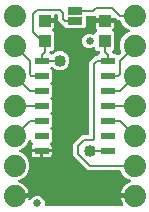
<source format=gbr>
G04 EAGLE Gerber RS-274X export*
G75*
%MOMM*%
%FSLAX34Y34*%
%LPD*%
%INTop Copper*%
%IPPOS*%
%AMOC8*
5,1,8,0,0,1.08239X$1,22.5*%
G01*
%ADD10R,1.200000X0.600000*%
%ADD11R,1.000000X1.100000*%
%ADD12R,1.270000X0.635000*%
%ADD13C,1.879600*%
%ADD14C,0.635000*%
%ADD15C,0.203200*%
%ADD16C,1.016000*%
%ADD17C,0.254000*%

G36*
X103915Y4078D02*
X103915Y4078D01*
X104007Y4081D01*
X104056Y4097D01*
X104106Y4105D01*
X104190Y4142D01*
X104277Y4171D01*
X104319Y4200D01*
X104365Y4221D01*
X104435Y4280D01*
X104511Y4332D01*
X104543Y4372D01*
X104582Y4404D01*
X104633Y4481D01*
X104692Y4552D01*
X104712Y4599D01*
X104740Y4641D01*
X104768Y4729D01*
X104804Y4813D01*
X104810Y4864D01*
X104826Y4912D01*
X104828Y5004D01*
X104839Y5095D01*
X104832Y5146D01*
X104833Y5196D01*
X104810Y5285D01*
X104795Y5376D01*
X104775Y5416D01*
X104761Y5471D01*
X104680Y5608D01*
X104646Y5677D01*
X104089Y6443D01*
X103236Y8117D01*
X102655Y9904D01*
X102534Y10669D01*
X113284Y10669D01*
X113342Y10677D01*
X113400Y10675D01*
X113482Y10697D01*
X113565Y10709D01*
X113619Y10733D01*
X113675Y10747D01*
X113748Y10790D01*
X113825Y10825D01*
X113869Y10863D01*
X113920Y10893D01*
X113977Y10954D01*
X114042Y11009D01*
X114074Y11057D01*
X114114Y11100D01*
X114153Y11175D01*
X114199Y11245D01*
X114217Y11301D01*
X114244Y11353D01*
X114255Y11421D01*
X114285Y11516D01*
X114288Y11616D01*
X114299Y11684D01*
X114299Y13716D01*
X114291Y13774D01*
X114292Y13832D01*
X114271Y13914D01*
X114259Y13997D01*
X114235Y14051D01*
X114221Y14107D01*
X114178Y14180D01*
X114143Y14257D01*
X114105Y14302D01*
X114075Y14352D01*
X114014Y14410D01*
X113959Y14474D01*
X113911Y14506D01*
X113868Y14546D01*
X113793Y14585D01*
X113723Y14631D01*
X113667Y14649D01*
X113615Y14676D01*
X113547Y14687D01*
X113452Y14717D01*
X113352Y14720D01*
X113284Y14731D01*
X102534Y14731D01*
X102655Y15496D01*
X103236Y17283D01*
X104089Y18957D01*
X105194Y20478D01*
X106522Y21806D01*
X108043Y22911D01*
X109717Y23764D01*
X110837Y24128D01*
X110899Y24158D01*
X110965Y24179D01*
X111026Y24220D01*
X111092Y24253D01*
X111143Y24299D01*
X111201Y24338D01*
X111248Y24394D01*
X111303Y24443D01*
X111339Y24502D01*
X111384Y24555D01*
X111414Y24622D01*
X111453Y24685D01*
X111471Y24752D01*
X111499Y24815D01*
X111509Y24888D01*
X111529Y24959D01*
X111529Y25028D01*
X111538Y25097D01*
X111528Y25169D01*
X111527Y25243D01*
X111507Y25310D01*
X111498Y25378D01*
X111467Y25445D01*
X111446Y25516D01*
X111409Y25574D01*
X111380Y25637D01*
X111333Y25693D01*
X111293Y25755D01*
X111241Y25801D01*
X111196Y25853D01*
X111143Y25886D01*
X111079Y25943D01*
X110975Y25992D01*
X110911Y26031D01*
X107249Y27548D01*
X103748Y31049D01*
X102771Y33409D01*
X102770Y33410D01*
X102770Y33411D01*
X102698Y33532D01*
X102627Y33653D01*
X102625Y33654D01*
X102625Y33656D01*
X102521Y33753D01*
X102420Y33849D01*
X102418Y33849D01*
X102417Y33850D01*
X102292Y33915D01*
X102167Y33979D01*
X102166Y33979D01*
X102164Y33980D01*
X102149Y33982D01*
X101888Y34034D01*
X101858Y34031D01*
X101833Y34035D01*
X74516Y34035D01*
X61975Y46576D01*
X61975Y56294D01*
X69436Y63755D01*
X74930Y63755D01*
X74988Y63763D01*
X75046Y63761D01*
X75128Y63783D01*
X75212Y63795D01*
X75265Y63818D01*
X75321Y63833D01*
X75394Y63876D01*
X75471Y63911D01*
X75516Y63949D01*
X75566Y63978D01*
X75624Y64040D01*
X75688Y64094D01*
X75720Y64143D01*
X75760Y64186D01*
X75799Y64261D01*
X75846Y64331D01*
X75863Y64387D01*
X75890Y64439D01*
X75901Y64507D01*
X75931Y64602D01*
X75934Y64702D01*
X75945Y64770D01*
X75945Y126144D01*
X80866Y131065D01*
X81833Y131065D01*
X81919Y131077D01*
X82007Y131080D01*
X82059Y131097D01*
X82114Y131105D01*
X82194Y131140D01*
X82277Y131167D01*
X82316Y131195D01*
X82374Y131221D01*
X82487Y131317D01*
X82551Y131362D01*
X84535Y133346D01*
X84546Y133362D01*
X84578Y133388D01*
X84610Y133437D01*
X84650Y133480D01*
X84683Y133543D01*
X84705Y133573D01*
X84711Y133589D01*
X84736Y133625D01*
X84753Y133681D01*
X84780Y133733D01*
X84790Y133796D01*
X84807Y133839D01*
X84808Y133854D01*
X84821Y133896D01*
X84824Y133996D01*
X84835Y134064D01*
X84835Y134336D01*
X84827Y134394D01*
X84829Y134452D01*
X84807Y134534D01*
X84795Y134618D01*
X84772Y134671D01*
X84757Y134727D01*
X84714Y134800D01*
X84679Y134877D01*
X84641Y134922D01*
X84612Y134972D01*
X84550Y135030D01*
X84496Y135094D01*
X84447Y135126D01*
X84404Y135166D01*
X84329Y135205D01*
X84259Y135252D01*
X84203Y135269D01*
X84151Y135296D01*
X84083Y135307D01*
X83988Y135337D01*
X83888Y135340D01*
X83820Y135351D01*
X82637Y135351D01*
X80851Y137137D01*
X80851Y137435D01*
X80835Y137548D01*
X80825Y137663D01*
X80815Y137689D01*
X80811Y137716D01*
X80764Y137821D01*
X80723Y137928D01*
X80707Y137950D01*
X80695Y137976D01*
X80621Y138063D01*
X80552Y138155D01*
X80529Y138171D01*
X80512Y138193D01*
X80416Y138256D01*
X80324Y138325D01*
X80298Y138335D01*
X80275Y138350D01*
X80165Y138385D01*
X80058Y138425D01*
X80030Y138428D01*
X80004Y138436D01*
X79889Y138439D01*
X79775Y138448D01*
X79750Y138442D01*
X79720Y138443D01*
X79463Y138376D01*
X79447Y138373D01*
X77438Y137540D01*
X74962Y137540D01*
X72674Y138488D01*
X70924Y140238D01*
X69976Y142526D01*
X69976Y145002D01*
X70924Y147290D01*
X72674Y149040D01*
X74962Y149988D01*
X77438Y149988D01*
X79447Y149155D01*
X79559Y149127D01*
X79668Y149092D01*
X79696Y149091D01*
X79723Y149084D01*
X79837Y149088D01*
X79952Y149085D01*
X79979Y149092D01*
X80007Y149093D01*
X80116Y149128D01*
X80227Y149157D01*
X80251Y149171D01*
X80278Y149179D01*
X80373Y149243D01*
X80472Y149302D01*
X80491Y149322D01*
X80514Y149338D01*
X80588Y149425D01*
X80666Y149509D01*
X80679Y149534D01*
X80697Y149555D01*
X80743Y149660D01*
X80796Y149762D01*
X80800Y149787D01*
X80812Y149815D01*
X80849Y150079D01*
X80851Y150093D01*
X80851Y150663D01*
X82230Y152041D01*
X82265Y152088D01*
X82307Y152128D01*
X82350Y152201D01*
X82401Y152268D01*
X82422Y152323D01*
X82451Y152374D01*
X82472Y152455D01*
X82502Y152534D01*
X82507Y152593D01*
X82521Y152649D01*
X82518Y152733D01*
X82525Y152817D01*
X82514Y152875D01*
X82512Y152933D01*
X82486Y153013D01*
X82470Y153096D01*
X82443Y153148D01*
X82425Y153204D01*
X82385Y153260D01*
X82339Y153349D01*
X82270Y153421D01*
X82230Y153477D01*
X81867Y153840D01*
X81532Y154419D01*
X81359Y155066D01*
X81359Y158869D01*
X87884Y158869D01*
X87942Y158877D01*
X88000Y158875D01*
X88082Y158897D01*
X88165Y158909D01*
X88219Y158933D01*
X88275Y158947D01*
X88348Y158990D01*
X88425Y159025D01*
X88469Y159063D01*
X88520Y159093D01*
X88577Y159154D01*
X88642Y159209D01*
X88674Y159257D01*
X88714Y159300D01*
X88753Y159375D01*
X88799Y159445D01*
X88817Y159501D01*
X88844Y159553D01*
X88855Y159621D01*
X88885Y159716D01*
X88888Y159816D01*
X88899Y159884D01*
X88899Y161916D01*
X88891Y161974D01*
X88892Y162032D01*
X88871Y162114D01*
X88859Y162197D01*
X88835Y162251D01*
X88821Y162307D01*
X88778Y162380D01*
X88743Y162457D01*
X88705Y162501D01*
X88675Y162552D01*
X88614Y162609D01*
X88559Y162674D01*
X88511Y162706D01*
X88468Y162746D01*
X88393Y162785D01*
X88323Y162831D01*
X88267Y162849D01*
X88215Y162876D01*
X88147Y162887D01*
X88052Y162917D01*
X87952Y162920D01*
X87884Y162931D01*
X81359Y162931D01*
X81359Y164029D01*
X81351Y164087D01*
X81353Y164145D01*
X81331Y164227D01*
X81319Y164311D01*
X81296Y164364D01*
X81281Y164420D01*
X81238Y164493D01*
X81203Y164570D01*
X81165Y164615D01*
X81136Y164665D01*
X81074Y164723D01*
X81020Y164787D01*
X80971Y164819D01*
X80928Y164859D01*
X80853Y164898D01*
X80783Y164945D01*
X80727Y164962D01*
X80675Y164989D01*
X80607Y165000D01*
X80512Y165030D01*
X80412Y165033D01*
X80344Y165044D01*
X73914Y165044D01*
X73856Y165036D01*
X73798Y165038D01*
X73716Y165016D01*
X73632Y165004D01*
X73579Y164981D01*
X73523Y164966D01*
X73450Y164923D01*
X73373Y164888D01*
X73328Y164850D01*
X73278Y164821D01*
X73220Y164759D01*
X73156Y164705D01*
X73124Y164656D01*
X73084Y164613D01*
X73045Y164538D01*
X72998Y164468D01*
X72981Y164412D01*
X72954Y164360D01*
X72943Y164292D01*
X72913Y164197D01*
X72910Y164097D01*
X72899Y164029D01*
X72899Y156535D01*
X71113Y154749D01*
X55887Y154749D01*
X54026Y156611D01*
X53956Y156663D01*
X53892Y156723D01*
X53842Y156749D01*
X53798Y156782D01*
X53717Y156813D01*
X53639Y156853D01*
X53591Y156861D01*
X53533Y156883D01*
X53385Y156895D01*
X53308Y156908D01*
X53243Y156908D01*
X49275Y160876D01*
X49275Y165100D01*
X49267Y165158D01*
X49269Y165216D01*
X49247Y165298D01*
X49235Y165382D01*
X49212Y165435D01*
X49197Y165491D01*
X49154Y165564D01*
X49119Y165641D01*
X49081Y165686D01*
X49052Y165736D01*
X48990Y165794D01*
X48936Y165858D01*
X48887Y165890D01*
X48844Y165930D01*
X48769Y165969D01*
X48699Y166016D01*
X48643Y166033D01*
X48591Y166060D01*
X48523Y166071D01*
X48428Y166101D01*
X48328Y166104D01*
X48260Y166115D01*
X46656Y166115D01*
X46598Y166107D01*
X46540Y166109D01*
X46458Y166087D01*
X46374Y166075D01*
X46321Y166052D01*
X46265Y166037D01*
X46192Y165994D01*
X46115Y165959D01*
X46070Y165921D01*
X46020Y165892D01*
X45962Y165830D01*
X45898Y165776D01*
X45866Y165727D01*
X45826Y165684D01*
X45787Y165609D01*
X45740Y165539D01*
X45723Y165483D01*
X45696Y165431D01*
X45685Y165363D01*
X45655Y165268D01*
X45652Y165168D01*
X45641Y165100D01*
X45641Y162931D01*
X39116Y162931D01*
X39058Y162923D01*
X39000Y162924D01*
X38918Y162903D01*
X38835Y162891D01*
X38781Y162867D01*
X38725Y162853D01*
X38652Y162810D01*
X38575Y162775D01*
X38531Y162737D01*
X38480Y162707D01*
X38423Y162646D01*
X38358Y162591D01*
X38326Y162543D01*
X38286Y162500D01*
X38247Y162425D01*
X38201Y162355D01*
X38183Y162299D01*
X38156Y162247D01*
X38145Y162179D01*
X38115Y162084D01*
X38112Y161984D01*
X38101Y161916D01*
X38101Y159884D01*
X38109Y159826D01*
X38108Y159768D01*
X38129Y159686D01*
X38141Y159603D01*
X38165Y159549D01*
X38179Y159493D01*
X38222Y159420D01*
X38257Y159343D01*
X38295Y159298D01*
X38325Y159248D01*
X38386Y159190D01*
X38441Y159126D01*
X38489Y159094D01*
X38532Y159054D01*
X38607Y159015D01*
X38677Y158969D01*
X38733Y158951D01*
X38785Y158924D01*
X38853Y158913D01*
X38948Y158883D01*
X39048Y158880D01*
X39116Y158869D01*
X45641Y158869D01*
X45641Y155066D01*
X45468Y154419D01*
X45133Y153840D01*
X44770Y153477D01*
X44735Y153430D01*
X44693Y153390D01*
X44650Y153317D01*
X44599Y153250D01*
X44578Y153195D01*
X44549Y153145D01*
X44528Y153063D01*
X44498Y152984D01*
X44493Y152926D01*
X44479Y152869D01*
X44482Y152785D01*
X44475Y152701D01*
X44486Y152644D01*
X44488Y152585D01*
X44514Y152505D01*
X44530Y152422D01*
X44557Y152370D01*
X44575Y152315D01*
X44616Y152258D01*
X44661Y152170D01*
X44730Y152098D01*
X44770Y152041D01*
X46149Y150663D01*
X46149Y137137D01*
X44363Y135351D01*
X43180Y135351D01*
X43122Y135343D01*
X43064Y135345D01*
X42982Y135323D01*
X42898Y135311D01*
X42845Y135288D01*
X42789Y135273D01*
X42716Y135230D01*
X42639Y135195D01*
X42594Y135157D01*
X42544Y135128D01*
X42486Y135066D01*
X42422Y135012D01*
X42390Y134963D01*
X42350Y134920D01*
X42311Y134845D01*
X42264Y134775D01*
X42247Y134719D01*
X42220Y134667D01*
X42209Y134599D01*
X42179Y134504D01*
X42176Y134404D01*
X42165Y134336D01*
X42165Y134064D01*
X42173Y134006D01*
X42171Y133948D01*
X42183Y133905D01*
X42183Y133890D01*
X42194Y133856D01*
X42205Y133782D01*
X42228Y133729D01*
X42243Y133673D01*
X42266Y133635D01*
X42271Y133619D01*
X42290Y133593D01*
X42321Y133523D01*
X42359Y133478D01*
X42388Y133428D01*
X42444Y133376D01*
X42465Y133346D01*
X42499Y133313D01*
X42504Y133306D01*
X42507Y133304D01*
X43340Y132472D01*
X43387Y132436D01*
X43427Y132394D01*
X43500Y132351D01*
X43567Y132301D01*
X43622Y132280D01*
X43672Y132250D01*
X43754Y132230D01*
X43833Y132199D01*
X43891Y132195D01*
X43948Y132180D01*
X44032Y132183D01*
X44116Y132176D01*
X44173Y132187D01*
X44232Y132189D01*
X44312Y132215D01*
X44395Y132232D01*
X44447Y132259D01*
X44502Y132277D01*
X44559Y132317D01*
X44647Y132363D01*
X44720Y132431D01*
X44776Y132472D01*
X46195Y133891D01*
X49183Y135129D01*
X52417Y135129D01*
X55405Y133891D01*
X57691Y131605D01*
X58929Y128617D01*
X58929Y125383D01*
X57691Y122395D01*
X55405Y120109D01*
X52417Y118871D01*
X49183Y118871D01*
X46195Y120109D01*
X44776Y121528D01*
X44729Y121564D01*
X44689Y121606D01*
X44616Y121649D01*
X44549Y121699D01*
X44494Y121720D01*
X44444Y121750D01*
X44362Y121770D01*
X44283Y121801D01*
X44225Y121805D01*
X44168Y121820D01*
X44084Y121817D01*
X44000Y121824D01*
X43942Y121813D01*
X43884Y121811D01*
X43804Y121785D01*
X43721Y121768D01*
X43669Y121741D01*
X43613Y121723D01*
X43557Y121683D01*
X43469Y121637D01*
X43396Y121568D01*
X43340Y121528D01*
X43179Y121368D01*
X43144Y121321D01*
X43102Y121281D01*
X43059Y121208D01*
X43009Y121141D01*
X42988Y121086D01*
X42958Y121036D01*
X42937Y120954D01*
X42907Y120875D01*
X42902Y120817D01*
X42888Y120760D01*
X42891Y120676D01*
X42884Y120592D01*
X42895Y120534D01*
X42897Y120476D01*
X42923Y120396D01*
X42940Y120313D01*
X42967Y120261D01*
X42985Y120205D01*
X43025Y120149D01*
X43071Y120061D01*
X43139Y119988D01*
X43179Y119932D01*
X44549Y118563D01*
X44549Y110037D01*
X43179Y108668D01*
X43144Y108621D01*
X43102Y108581D01*
X43059Y108508D01*
X43009Y108441D01*
X42988Y108386D01*
X42958Y108336D01*
X42937Y108254D01*
X42907Y108175D01*
X42902Y108117D01*
X42888Y108060D01*
X42891Y107976D01*
X42884Y107892D01*
X42895Y107834D01*
X42897Y107776D01*
X42923Y107696D01*
X42940Y107613D01*
X42967Y107561D01*
X42985Y107505D01*
X43025Y107449D01*
X43071Y107361D01*
X43139Y107288D01*
X43179Y107232D01*
X44549Y105863D01*
X44549Y97337D01*
X43179Y95968D01*
X43144Y95921D01*
X43102Y95881D01*
X43059Y95808D01*
X43009Y95741D01*
X42988Y95686D01*
X42958Y95636D01*
X42937Y95554D01*
X42907Y95475D01*
X42902Y95417D01*
X42888Y95360D01*
X42891Y95276D01*
X42884Y95192D01*
X42895Y95134D01*
X42897Y95076D01*
X42923Y94996D01*
X42940Y94913D01*
X42967Y94861D01*
X42985Y94805D01*
X43025Y94749D01*
X43071Y94661D01*
X43139Y94588D01*
X43179Y94532D01*
X44549Y93163D01*
X44549Y84637D01*
X43179Y83268D01*
X43144Y83221D01*
X43102Y83181D01*
X43059Y83108D01*
X43009Y83041D01*
X42988Y82986D01*
X42958Y82936D01*
X42937Y82854D01*
X42907Y82775D01*
X42902Y82717D01*
X42888Y82660D01*
X42891Y82576D01*
X42884Y82492D01*
X42895Y82434D01*
X42897Y82376D01*
X42923Y82296D01*
X42940Y82213D01*
X42967Y82161D01*
X42985Y82105D01*
X43025Y82049D01*
X43071Y81961D01*
X43139Y81888D01*
X43179Y81832D01*
X44549Y80463D01*
X44549Y71937D01*
X43179Y70568D01*
X43144Y70521D01*
X43102Y70481D01*
X43059Y70408D01*
X43009Y70341D01*
X42988Y70286D01*
X42958Y70236D01*
X42937Y70154D01*
X42907Y70075D01*
X42902Y70017D01*
X42888Y69960D01*
X42891Y69876D01*
X42884Y69792D01*
X42895Y69734D01*
X42897Y69676D01*
X42923Y69596D01*
X42940Y69513D01*
X42967Y69461D01*
X42985Y69405D01*
X43025Y69349D01*
X43071Y69261D01*
X43139Y69188D01*
X43179Y69132D01*
X44549Y67763D01*
X44549Y59237D01*
X42781Y57470D01*
X42752Y57431D01*
X42716Y57398D01*
X42667Y57318D01*
X42610Y57243D01*
X42593Y57197D01*
X42568Y57155D01*
X42543Y57065D01*
X42509Y56977D01*
X42505Y56928D01*
X42492Y56881D01*
X42493Y56787D01*
X42486Y56694D01*
X42495Y56646D01*
X42496Y56597D01*
X42523Y56507D01*
X42541Y56415D01*
X42564Y56372D01*
X42578Y56325D01*
X42629Y56246D01*
X42672Y56163D01*
X42706Y56127D01*
X42733Y56086D01*
X42790Y56039D01*
X42868Y55956D01*
X42943Y55913D01*
X42992Y55873D01*
X43060Y55833D01*
X43533Y55360D01*
X43868Y54781D01*
X44041Y54134D01*
X44041Y52299D01*
X35984Y52299D01*
X35926Y52291D01*
X35868Y52293D01*
X35786Y52271D01*
X35703Y52259D01*
X35649Y52236D01*
X35593Y52221D01*
X35520Y52178D01*
X35501Y52169D01*
X35455Y52200D01*
X35399Y52217D01*
X35347Y52244D01*
X35279Y52255D01*
X35184Y52285D01*
X35084Y52288D01*
X35016Y52299D01*
X26959Y52299D01*
X26959Y54134D01*
X27132Y54781D01*
X27467Y55360D01*
X27940Y55833D01*
X28008Y55873D01*
X28047Y55903D01*
X28090Y55925D01*
X28158Y55990D01*
X28232Y56048D01*
X28261Y56087D01*
X28296Y56121D01*
X28344Y56202D01*
X28399Y56278D01*
X28415Y56324D01*
X28440Y56366D01*
X28463Y56457D01*
X28495Y56546D01*
X28498Y56595D01*
X28510Y56642D01*
X28507Y56736D01*
X28513Y56830D01*
X28503Y56877D01*
X28501Y56926D01*
X28472Y57015D01*
X28452Y57107D01*
X28429Y57150D01*
X28414Y57196D01*
X28371Y57257D01*
X28316Y57357D01*
X28255Y57419D01*
X28219Y57470D01*
X26432Y59257D01*
X26419Y59295D01*
X26411Y59351D01*
X26376Y59429D01*
X26350Y59511D01*
X26318Y59559D01*
X26295Y59611D01*
X26240Y59676D01*
X26192Y59747D01*
X26148Y59784D01*
X26112Y59828D01*
X26040Y59875D01*
X25974Y59930D01*
X25922Y59954D01*
X25875Y59985D01*
X25793Y60011D01*
X25714Y60046D01*
X25658Y60054D01*
X25604Y60071D01*
X25518Y60073D01*
X25433Y60085D01*
X25377Y60077D01*
X25320Y60078D01*
X25237Y60056D01*
X25152Y60044D01*
X25100Y60021D01*
X25045Y60006D01*
X24971Y59963D01*
X24892Y59927D01*
X24849Y59890D01*
X24800Y59861D01*
X24741Y59798D01*
X24676Y59743D01*
X24650Y59701D01*
X24606Y59654D01*
X24540Y59525D01*
X24498Y59458D01*
X23252Y56449D01*
X19751Y52948D01*
X16829Y51738D01*
X16804Y51723D01*
X16776Y51714D01*
X16681Y51651D01*
X16584Y51593D01*
X16564Y51572D01*
X16539Y51556D01*
X16466Y51469D01*
X16389Y51387D01*
X16375Y51361D01*
X16356Y51338D01*
X16310Y51235D01*
X16259Y51134D01*
X16253Y51105D01*
X16241Y51078D01*
X16225Y50966D01*
X16204Y50855D01*
X16206Y50826D01*
X16202Y50797D01*
X16218Y50685D01*
X16228Y50572D01*
X16239Y50545D01*
X16243Y50515D01*
X16289Y50412D01*
X16330Y50307D01*
X16348Y50283D01*
X16360Y50256D01*
X16433Y50170D01*
X16502Y50080D01*
X16525Y50062D01*
X16544Y50040D01*
X16611Y49998D01*
X16729Y49910D01*
X16788Y49888D01*
X16829Y49862D01*
X19751Y48652D01*
X23252Y45151D01*
X25147Y40576D01*
X25147Y35624D01*
X23252Y31049D01*
X19751Y27548D01*
X16089Y26031D01*
X16029Y25996D01*
X15965Y25970D01*
X15907Y25924D01*
X15844Y25887D01*
X15796Y25837D01*
X15742Y25794D01*
X15699Y25734D01*
X15649Y25680D01*
X15617Y25619D01*
X15577Y25562D01*
X15552Y25493D01*
X15518Y25427D01*
X15505Y25360D01*
X15482Y25294D01*
X15478Y25221D01*
X15463Y25148D01*
X15469Y25080D01*
X15465Y25011D01*
X15481Y24939D01*
X15488Y24865D01*
X15513Y24801D01*
X15528Y24733D01*
X15563Y24669D01*
X15590Y24600D01*
X15632Y24545D01*
X15665Y24484D01*
X15717Y24432D01*
X15761Y24373D01*
X15817Y24332D01*
X15866Y24283D01*
X15921Y24254D01*
X15989Y24203D01*
X16097Y24162D01*
X16163Y24128D01*
X17283Y23764D01*
X18957Y22911D01*
X20478Y21806D01*
X21806Y20478D01*
X22911Y18957D01*
X23764Y17283D01*
X24345Y15496D01*
X24466Y14731D01*
X13716Y14731D01*
X13658Y14723D01*
X13600Y14725D01*
X13518Y14703D01*
X13435Y14691D01*
X13381Y14667D01*
X13325Y14653D01*
X13252Y14610D01*
X13175Y14575D01*
X13131Y14537D01*
X13080Y14507D01*
X13023Y14446D01*
X12958Y14391D01*
X12926Y14343D01*
X12886Y14300D01*
X12847Y14225D01*
X12801Y14155D01*
X12783Y14099D01*
X12756Y14047D01*
X12745Y13979D01*
X12715Y13884D01*
X12712Y13784D01*
X12701Y13716D01*
X12701Y11684D01*
X12709Y11626D01*
X12708Y11568D01*
X12729Y11486D01*
X12741Y11403D01*
X12765Y11349D01*
X12779Y11293D01*
X12822Y11220D01*
X12857Y11143D01*
X12895Y11098D01*
X12925Y11048D01*
X12986Y10990D01*
X13041Y10926D01*
X13089Y10894D01*
X13132Y10854D01*
X13207Y10815D01*
X13277Y10769D01*
X13333Y10751D01*
X13385Y10724D01*
X13453Y10713D01*
X13548Y10683D01*
X13648Y10680D01*
X13716Y10669D01*
X24466Y10669D01*
X24361Y10008D01*
X24361Y9985D01*
X24355Y9962D01*
X24358Y9843D01*
X24356Y9723D01*
X24362Y9701D01*
X24363Y9678D01*
X24400Y9564D01*
X24431Y9449D01*
X24443Y9429D01*
X24450Y9407D01*
X24516Y9308D01*
X24578Y9206D01*
X24595Y9190D01*
X24608Y9171D01*
X24700Y9094D01*
X24787Y9013D01*
X24808Y9003D01*
X24826Y8988D01*
X24935Y8940D01*
X25041Y8886D01*
X25064Y8882D01*
X25085Y8873D01*
X25204Y8856D01*
X25321Y8835D01*
X25344Y8837D01*
X25367Y8834D01*
X25485Y8851D01*
X25604Y8862D01*
X25626Y8871D01*
X25648Y8874D01*
X25757Y8923D01*
X25868Y8968D01*
X25886Y8982D01*
X25907Y8991D01*
X25998Y9069D01*
X26093Y9142D01*
X26106Y9161D01*
X26124Y9176D01*
X26164Y9240D01*
X26260Y9372D01*
X26276Y9419D01*
X26302Y9460D01*
X26474Y9875D01*
X28224Y11626D01*
X30512Y12574D01*
X32988Y12574D01*
X35276Y11626D01*
X37026Y9876D01*
X37974Y7588D01*
X37974Y5080D01*
X37982Y5022D01*
X37980Y4964D01*
X38002Y4882D01*
X38014Y4798D01*
X38037Y4745D01*
X38052Y4689D01*
X38095Y4616D01*
X38130Y4539D01*
X38168Y4494D01*
X38197Y4444D01*
X38259Y4386D01*
X38313Y4322D01*
X38362Y4290D01*
X38405Y4250D01*
X38480Y4211D01*
X38550Y4164D01*
X38606Y4147D01*
X38658Y4120D01*
X38726Y4109D01*
X38821Y4079D01*
X38921Y4076D01*
X38989Y4065D01*
X103824Y4065D01*
X103915Y4078D01*
G37*
G36*
X100447Y131914D02*
X100447Y131914D01*
X100506Y131916D01*
X100586Y131941D01*
X100669Y131958D01*
X100720Y131985D01*
X100776Y132003D01*
X100832Y132043D01*
X100921Y132089D01*
X100993Y132158D01*
X101049Y132198D01*
X102610Y133759D01*
X102611Y133760D01*
X102613Y133761D01*
X102699Y133876D01*
X102781Y133986D01*
X102782Y133987D01*
X102783Y133989D01*
X102833Y134122D01*
X102882Y134252D01*
X102883Y134253D01*
X102883Y134255D01*
X102894Y134396D01*
X102906Y134535D01*
X102906Y134536D01*
X102906Y134538D01*
X102902Y134554D01*
X102850Y134814D01*
X102836Y134841D01*
X102830Y134865D01*
X101853Y137224D01*
X101853Y142176D01*
X103748Y146751D01*
X107249Y150252D01*
X110171Y151462D01*
X110196Y151477D01*
X110224Y151486D01*
X110319Y151549D01*
X110416Y151607D01*
X110436Y151628D01*
X110461Y151644D01*
X110533Y151731D01*
X110611Y151813D01*
X110625Y151839D01*
X110643Y151862D01*
X110689Y151965D01*
X110741Y152066D01*
X110747Y152095D01*
X110759Y152122D01*
X110775Y152234D01*
X110796Y152345D01*
X110794Y152374D01*
X110798Y152403D01*
X110782Y152515D01*
X110772Y152628D01*
X110761Y152655D01*
X110757Y152684D01*
X110711Y152788D01*
X110670Y152893D01*
X110652Y152917D01*
X110640Y152944D01*
X110567Y153030D01*
X110498Y153120D01*
X110475Y153138D01*
X110456Y153160D01*
X110389Y153202D01*
X110271Y153290D01*
X110212Y153312D01*
X110171Y153338D01*
X107249Y154548D01*
X103748Y158049D01*
X102771Y160409D01*
X102770Y160410D01*
X102770Y160411D01*
X102700Y160530D01*
X102627Y160653D01*
X102625Y160654D01*
X102625Y160656D01*
X102521Y160753D01*
X102420Y160849D01*
X102418Y160849D01*
X102417Y160850D01*
X102292Y160915D01*
X102167Y160979D01*
X102166Y160979D01*
X102164Y160980D01*
X102149Y160982D01*
X101888Y161034D01*
X101858Y161031D01*
X101833Y161035D01*
X99916Y161035D01*
X98174Y162778D01*
X98150Y162795D01*
X98131Y162818D01*
X98037Y162881D01*
X97947Y162949D01*
X97919Y162959D01*
X97895Y162975D01*
X97787Y163010D01*
X97681Y163050D01*
X97652Y163052D01*
X97624Y163061D01*
X97510Y163064D01*
X97398Y163073D01*
X97369Y163068D01*
X97340Y163068D01*
X97230Y163040D01*
X97119Y163018D01*
X97093Y163004D01*
X97065Y162997D01*
X96967Y162939D01*
X96953Y162931D01*
X89916Y162931D01*
X89858Y162923D01*
X89800Y162924D01*
X89718Y162903D01*
X89635Y162891D01*
X89581Y162867D01*
X89525Y162853D01*
X89452Y162810D01*
X89375Y162775D01*
X89331Y162737D01*
X89280Y162707D01*
X89223Y162646D01*
X89158Y162591D01*
X89126Y162543D01*
X89086Y162500D01*
X89047Y162425D01*
X89001Y162355D01*
X88983Y162299D01*
X88956Y162247D01*
X88945Y162179D01*
X88915Y162084D01*
X88912Y161984D01*
X88901Y161916D01*
X88901Y159884D01*
X88909Y159826D01*
X88908Y159768D01*
X88929Y159686D01*
X88941Y159603D01*
X88965Y159549D01*
X88979Y159493D01*
X89022Y159420D01*
X89057Y159343D01*
X89095Y159298D01*
X89125Y159248D01*
X89186Y159190D01*
X89241Y159126D01*
X89289Y159094D01*
X89332Y159054D01*
X89407Y159015D01*
X89477Y158969D01*
X89533Y158951D01*
X89585Y158924D01*
X89653Y158913D01*
X89748Y158883D01*
X89848Y158880D01*
X89916Y158869D01*
X96441Y158869D01*
X96441Y155066D01*
X96268Y154419D01*
X95933Y153840D01*
X95570Y153477D01*
X95535Y153430D01*
X95493Y153390D01*
X95450Y153317D01*
X95399Y153250D01*
X95378Y153195D01*
X95349Y153145D01*
X95328Y153063D01*
X95298Y152984D01*
X95293Y152926D01*
X95279Y152869D01*
X95282Y152785D01*
X95275Y152701D01*
X95286Y152644D01*
X95288Y152585D01*
X95314Y152505D01*
X95330Y152422D01*
X95357Y152370D01*
X95375Y152315D01*
X95416Y152258D01*
X95461Y152170D01*
X95530Y152098D01*
X95570Y152041D01*
X96949Y150663D01*
X96949Y137137D01*
X95258Y135446D01*
X95223Y135400D01*
X95180Y135359D01*
X95138Y135287D01*
X95087Y135219D01*
X95066Y135165D01*
X95037Y135114D01*
X95016Y135032D01*
X94986Y134953D01*
X94981Y134895D01*
X94966Y134838D01*
X94969Y134754D01*
X94962Y134670D01*
X94974Y134613D01*
X94976Y134554D01*
X95001Y134474D01*
X95018Y134391D01*
X95045Y134340D01*
X95063Y134284D01*
X95103Y134228D01*
X95149Y134139D01*
X95218Y134067D01*
X95258Y134011D01*
X95701Y133567D01*
X95721Y133523D01*
X95759Y133478D01*
X95788Y133428D01*
X95850Y133370D01*
X95904Y133306D01*
X95953Y133274D01*
X95996Y133234D01*
X96071Y133195D01*
X96141Y133148D01*
X96197Y133131D01*
X96249Y133104D01*
X96317Y133093D01*
X96412Y133063D01*
X96512Y133060D01*
X96580Y133049D01*
X98763Y133049D01*
X99614Y132198D01*
X99660Y132163D01*
X99701Y132120D01*
X99773Y132078D01*
X99841Y132027D01*
X99896Y132006D01*
X99946Y131977D01*
X100028Y131956D01*
X100107Y131926D01*
X100165Y131921D01*
X100221Y131906D01*
X100306Y131909D01*
X100390Y131902D01*
X100447Y131914D01*
G37*
%LPC*%
G36*
X36999Y49301D02*
X36999Y49301D01*
X44041Y49301D01*
X44041Y47466D01*
X43868Y46819D01*
X43533Y46240D01*
X43060Y45767D01*
X42481Y45432D01*
X41834Y45259D01*
X36999Y45259D01*
X36999Y49301D01*
G37*
%LPD*%
%LPC*%
G36*
X29166Y45259D02*
X29166Y45259D01*
X28519Y45432D01*
X27940Y45767D01*
X27467Y46240D01*
X27132Y46819D01*
X26959Y47466D01*
X26959Y49301D01*
X34001Y49301D01*
X34001Y45259D01*
X29166Y45259D01*
G37*
%LPD*%
D10*
X35500Y127000D03*
X35500Y114300D03*
X35500Y101600D03*
X35500Y88900D03*
X35500Y76200D03*
X35500Y63500D03*
X35500Y50800D03*
X91500Y50800D03*
X91500Y63500D03*
X91500Y76200D03*
X91500Y88900D03*
X91500Y101600D03*
X91500Y114300D03*
X91500Y127000D03*
D11*
X38100Y143900D03*
X38100Y160900D03*
D12*
X63500Y169109D03*
X63500Y160973D03*
D13*
X12700Y12700D03*
X12700Y38100D03*
X12700Y63500D03*
X12700Y88900D03*
X12700Y114300D03*
X12700Y139700D03*
X12700Y165100D03*
X114300Y12700D03*
X114300Y38100D03*
X114300Y63500D03*
X114300Y88900D03*
X114300Y114300D03*
X114300Y139700D03*
X114300Y165100D03*
D11*
X88900Y143900D03*
X88900Y160900D03*
D14*
X76200Y143764D03*
X31750Y6350D03*
D15*
X76200Y50800D02*
X91500Y50800D01*
D16*
X76200Y50800D03*
D15*
X78939Y169109D02*
X81479Y171649D01*
X95051Y171649D01*
X101600Y165100D01*
X114300Y165100D01*
X78939Y169109D02*
X63500Y169109D01*
D17*
X38100Y143900D02*
X38100Y139700D01*
D15*
X54927Y160973D02*
X63500Y160973D01*
X54927Y160973D02*
X53340Y162560D01*
X53340Y167640D01*
X50800Y170180D01*
X31750Y170180D01*
X27940Y166370D01*
X33170Y145900D02*
X38100Y143900D01*
X33170Y145900D02*
X27940Y151130D01*
X27940Y166370D01*
X35500Y127000D02*
X50800Y127000D01*
D16*
X50800Y127000D03*
D15*
X35500Y127000D02*
X35500Y132020D01*
X38100Y134620D01*
X38100Y143900D01*
D17*
X88900Y143900D02*
X88900Y139700D01*
D15*
X91500Y127000D02*
X82550Y127000D01*
X80010Y124460D02*
X80010Y60960D01*
X78740Y59690D01*
X71120Y59690D01*
X66040Y54610D01*
X66040Y48260D01*
X76200Y38100D01*
X114300Y38100D01*
X80010Y124460D02*
X82550Y127000D01*
X91500Y127000D02*
X91500Y132020D01*
X88900Y134620D01*
X88900Y143900D01*
X91500Y114300D02*
X100330Y114300D01*
X101600Y115570D01*
X101600Y127000D01*
X114300Y139700D01*
X101600Y101600D02*
X91500Y101600D01*
X101600Y101600D02*
X114300Y114300D01*
X114300Y88900D02*
X91500Y88900D01*
X91500Y76200D02*
X101600Y76200D01*
X114300Y63500D01*
X35500Y76200D02*
X25400Y76200D01*
X12700Y63500D01*
X12700Y88900D02*
X35500Y88900D01*
X35500Y101600D02*
X25400Y101600D01*
X12700Y114300D01*
X26670Y114300D02*
X35500Y114300D01*
X26670Y114300D02*
X25400Y115570D01*
X25400Y127000D01*
X12700Y139700D01*
M02*

</source>
